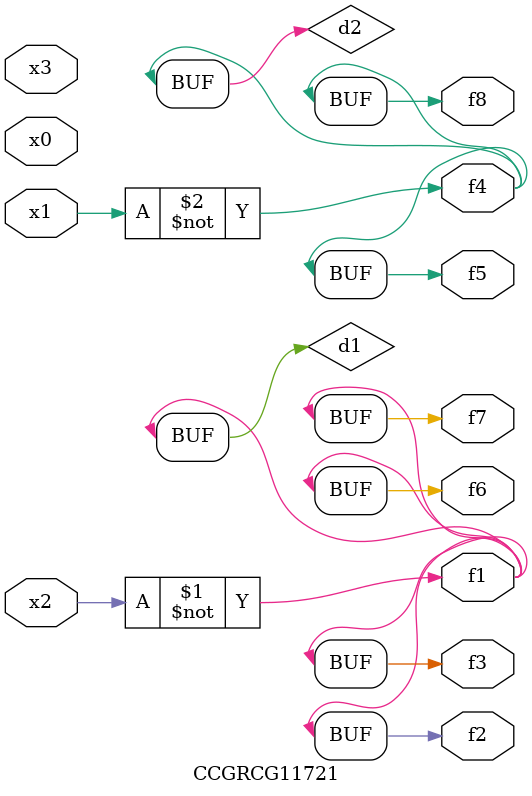
<source format=v>
module CCGRCG11721(
	input x0, x1, x2, x3,
	output f1, f2, f3, f4, f5, f6, f7, f8
);

	wire d1, d2;

	xnor (d1, x2);
	not (d2, x1);
	assign f1 = d1;
	assign f2 = d1;
	assign f3 = d1;
	assign f4 = d2;
	assign f5 = d2;
	assign f6 = d1;
	assign f7 = d1;
	assign f8 = d2;
endmodule

</source>
